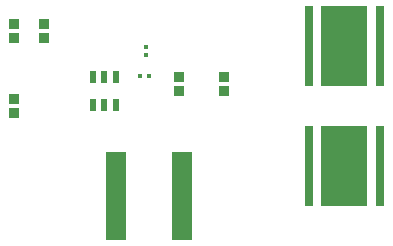
<source format=gtp>
G04*
G04 #@! TF.GenerationSoftware,Altium Limited,Altium Designer,23.3.1 (30)*
G04*
G04 Layer_Color=8421504*
%FSLAX44Y44*%
%MOMM*%
G71*
G04*
G04 #@! TF.SameCoordinates,92076935-D0C0-4AE0-889B-4FEA7ABF897C*
G04*
G04*
G04 #@! TF.FilePolarity,Positive*
G04*
G01*
G75*
%ADD14R,0.8500X0.8500*%
%ADD15R,0.6000X1.0000*%
%ADD16R,0.7000X6.7600*%
%ADD17R,3.9000X6.7600*%
%ADD18R,1.8000X7.5000*%
%ADD19R,0.3500X0.4500*%
%ADD20R,0.4500X0.4500*%
D14*
X355600Y177800D02*
D03*
Y189300D02*
D03*
X203200Y234350D02*
D03*
Y222850D02*
D03*
X177800Y159350D02*
D03*
Y170850D02*
D03*
X317500Y189300D02*
D03*
Y177800D02*
D03*
X177800Y234350D02*
D03*
Y222850D02*
D03*
D15*
X263500Y165800D02*
D03*
X254000D02*
D03*
X244500D02*
D03*
Y189800D02*
D03*
X254000D02*
D03*
X263500D02*
D03*
D16*
X487200Y215900D02*
D03*
X427200D02*
D03*
X487200Y114300D02*
D03*
X427200D02*
D03*
D17*
X457200Y215900D02*
D03*
Y114300D02*
D03*
D18*
X264100Y88900D02*
D03*
X320100D02*
D03*
D19*
X289560Y214780D02*
D03*
Y208280D02*
D03*
D20*
X292100Y190500D02*
D03*
X284100D02*
D03*
M02*

</source>
